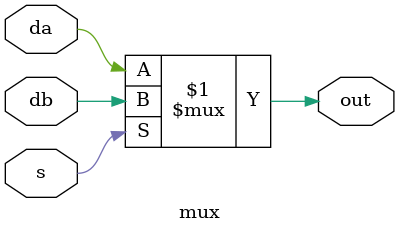
<source format=v>
module mux (
    input s,
    input da,
    input db,
    output out
);

assign out = s ? db : da;

endmodule
</source>
